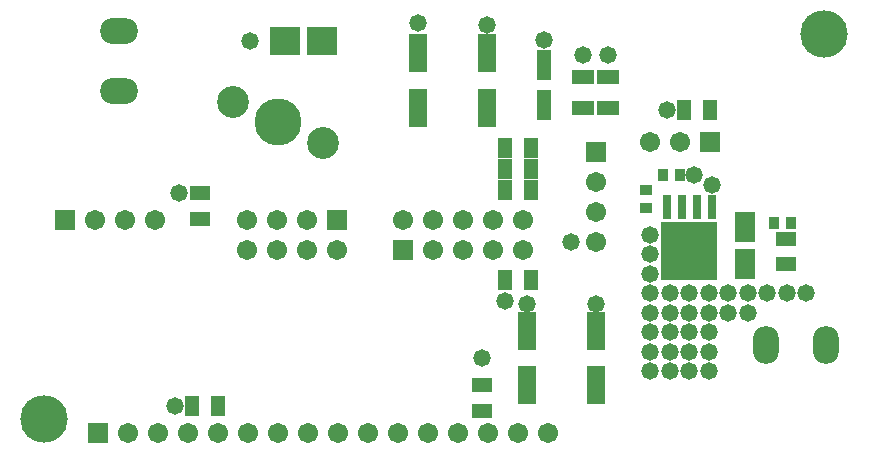
<source format=gts>
%FSLAX25Y25*%
%MOIN*%
G70*
G01*
G75*
G04 Layer_Color=8388736*
%ADD10R,0.05906X0.03937*%
%ADD11R,0.02362X0.07087*%
%ADD12R,0.17716X0.18898*%
%ADD13R,0.06693X0.04331*%
%ADD14R,0.03937X0.05906*%
%ADD15R,0.02756X0.03543*%
%ADD16R,0.03543X0.02756*%
%ADD17R,0.09646X0.08465*%
%ADD18R,0.06102X0.09646*%
%ADD19R,0.05512X0.11811*%
%ADD20R,0.03937X0.09449*%
%ADD21C,0.10000*%
%ADD22C,0.03000*%
%ADD23C,0.01000*%
%ADD24C,0.03500*%
%ADD25C,0.06000*%
%ADD26C,0.02500*%
%ADD27C,0.05000*%
%ADD28C,0.15000*%
%ADD29R,0.05906X0.05906*%
%ADD30C,0.05906*%
%ADD31O,0.07874X0.11811*%
%ADD32R,0.05906X0.05906*%
%ADD33C,0.14900*%
%ADD34C,0.09843*%
%ADD35O,0.11811X0.07874*%
%ADD36C,0.05000*%
%ADD37C,0.00984*%
%ADD38C,0.00800*%
%ADD39C,0.00787*%
%ADD40C,0.00600*%
%ADD41R,0.06706X0.04737*%
%ADD42R,0.03162X0.07887*%
%ADD43R,0.18517X0.19698*%
%ADD44R,0.07493X0.05131*%
%ADD45R,0.04737X0.06706*%
%ADD46R,0.03556X0.04343*%
%ADD47R,0.04343X0.03556*%
%ADD48R,0.10446X0.09265*%
%ADD49R,0.06902X0.10446*%
%ADD50R,0.06312X0.12611*%
%ADD51R,0.04737X0.10249*%
%ADD52C,0.15800*%
%ADD53R,0.06706X0.06706*%
%ADD54C,0.06706*%
%ADD55O,0.08674X0.12611*%
%ADD56R,0.06706X0.06706*%
%ADD57C,0.15700*%
%ADD58C,0.10642*%
%ADD59O,0.12611X0.08674*%
%ADD60C,0.05800*%
D41*
X161000Y26331D02*
D03*
Y17669D02*
D03*
X262350Y75323D02*
D03*
Y66661D02*
D03*
X67000Y81669D02*
D03*
Y90331D02*
D03*
D42*
X237500Y85736D02*
D03*
X232500D02*
D03*
X227500D02*
D03*
X222500D02*
D03*
D43*
X230000Y71012D02*
D03*
D44*
X203000Y118685D02*
D03*
Y129315D02*
D03*
X194500Y118685D02*
D03*
Y129315D02*
D03*
D45*
X64169Y19500D02*
D03*
X72831D02*
D03*
X177331Y61500D02*
D03*
X168669D02*
D03*
X177331Y91500D02*
D03*
X168669D02*
D03*
X177331Y98500D02*
D03*
X168669D02*
D03*
X177331Y105500D02*
D03*
X168669D02*
D03*
X228169Y118000D02*
D03*
X236831D02*
D03*
D46*
X263953Y80500D02*
D03*
X258047D02*
D03*
X221047Y96500D02*
D03*
X226953D02*
D03*
D47*
X215500Y91453D02*
D03*
Y85547D02*
D03*
D48*
X107701Y141000D02*
D03*
X95299D02*
D03*
D49*
X248500Y79102D02*
D03*
Y66898D02*
D03*
D50*
X199000Y26445D02*
D03*
Y44555D02*
D03*
X176000Y26445D02*
D03*
Y44555D02*
D03*
X162500Y118945D02*
D03*
Y137055D02*
D03*
X139500Y118945D02*
D03*
Y137055D02*
D03*
D51*
X181500Y119807D02*
D03*
Y133193D02*
D03*
D52*
X15000Y15000D02*
D03*
X275000Y143500D02*
D03*
D53*
X237000Y107500D02*
D03*
X33000Y10500D02*
D03*
X22000Y81500D02*
D03*
X112500D02*
D03*
X134500Y71500D02*
D03*
D54*
X227000Y107500D02*
D03*
X217000D02*
D03*
X199000Y74000D02*
D03*
Y84000D02*
D03*
Y94000D02*
D03*
X43000Y10500D02*
D03*
X53000D02*
D03*
X63000D02*
D03*
X73000D02*
D03*
X83000D02*
D03*
X93000D02*
D03*
X103000D02*
D03*
X113000D02*
D03*
X123000D02*
D03*
X133000D02*
D03*
X143000D02*
D03*
X153000D02*
D03*
X163000D02*
D03*
X173000D02*
D03*
X183000D02*
D03*
X52000Y81500D02*
D03*
X42000D02*
D03*
X32000D02*
D03*
X82500Y71500D02*
D03*
Y81500D02*
D03*
X92500Y71500D02*
D03*
Y81500D02*
D03*
X102500Y71500D02*
D03*
Y81500D02*
D03*
X112500Y71500D02*
D03*
X174500Y81500D02*
D03*
Y71500D02*
D03*
X164500Y81500D02*
D03*
Y71500D02*
D03*
X154500Y81500D02*
D03*
Y71500D02*
D03*
X144500Y81500D02*
D03*
Y71500D02*
D03*
X134500Y81500D02*
D03*
D55*
X255500Y39752D02*
D03*
X275500D02*
D03*
D56*
X199000Y104000D02*
D03*
D57*
X93000Y114000D02*
D03*
D58*
X108000Y107200D02*
D03*
X78000Y120800D02*
D03*
D59*
X39752Y144500D02*
D03*
Y124500D02*
D03*
D60*
X249500Y50500D02*
D03*
X243000D02*
D03*
X223500Y31000D02*
D03*
X230000D02*
D03*
X236500D02*
D03*
X217000D02*
D03*
X223500Y37500D02*
D03*
X230000D02*
D03*
X236500D02*
D03*
X217000D02*
D03*
X223500Y44000D02*
D03*
X230000D02*
D03*
X236500D02*
D03*
X217000D02*
D03*
Y50500D02*
D03*
X223500D02*
D03*
X230000D02*
D03*
X236500D02*
D03*
X217000Y76500D02*
D03*
Y70000D02*
D03*
Y57000D02*
D03*
X269000D02*
D03*
X256000D02*
D03*
X262500D02*
D03*
X231500Y96500D02*
D03*
X237500Y93000D02*
D03*
X222500Y118000D02*
D03*
X203000Y136500D02*
D03*
X194500D02*
D03*
X181500Y141500D02*
D03*
X162500Y146500D02*
D03*
X139500Y147000D02*
D03*
X249500Y57000D02*
D03*
X217000Y63500D02*
D03*
X236500Y57000D02*
D03*
X243000D02*
D03*
X230000D02*
D03*
X223500D02*
D03*
X199000Y53362D02*
D03*
X83500Y141000D02*
D03*
X58500Y19500D02*
D03*
X176000Y53362D02*
D03*
X161000Y35500D02*
D03*
X168500Y54500D02*
D03*
X60000Y90500D02*
D03*
X190500Y74000D02*
D03*
M02*

</source>
